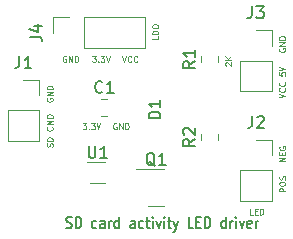
<source format=gbr>
%TF.GenerationSoftware,KiCad,Pcbnew,7.0.1*%
%TF.CreationDate,2023-06-12T23:03:10-04:00*%
%TF.ProjectId,SD Card Activity,53442043-6172-4642-9041-637469766974,rev?*%
%TF.SameCoordinates,Original*%
%TF.FileFunction,Legend,Top*%
%TF.FilePolarity,Positive*%
%FSLAX46Y46*%
G04 Gerber Fmt 4.6, Leading zero omitted, Abs format (unit mm)*
G04 Created by KiCad (PCBNEW 7.0.1) date 2023-06-12 23:03:10*
%MOMM*%
%LPD*%
G01*
G04 APERTURE LIST*
%ADD10C,0.150000*%
%ADD11C,0.125000*%
%ADD12C,0.120000*%
%ADD13C,0.100000*%
G04 APERTURE END LIST*
D10*
X141552380Y-79300000D02*
X141666666Y-79347619D01*
X141666666Y-79347619D02*
X141857142Y-79347619D01*
X141857142Y-79347619D02*
X141933333Y-79300000D01*
X141933333Y-79300000D02*
X141971428Y-79252380D01*
X141971428Y-79252380D02*
X142009523Y-79157142D01*
X142009523Y-79157142D02*
X142009523Y-79061904D01*
X142009523Y-79061904D02*
X141971428Y-78966666D01*
X141971428Y-78966666D02*
X141933333Y-78919047D01*
X141933333Y-78919047D02*
X141857142Y-78871428D01*
X141857142Y-78871428D02*
X141704761Y-78823809D01*
X141704761Y-78823809D02*
X141628571Y-78776190D01*
X141628571Y-78776190D02*
X141590476Y-78728571D01*
X141590476Y-78728571D02*
X141552380Y-78633333D01*
X141552380Y-78633333D02*
X141552380Y-78538095D01*
X141552380Y-78538095D02*
X141590476Y-78442857D01*
X141590476Y-78442857D02*
X141628571Y-78395238D01*
X141628571Y-78395238D02*
X141704761Y-78347619D01*
X141704761Y-78347619D02*
X141895238Y-78347619D01*
X141895238Y-78347619D02*
X142009523Y-78395238D01*
X142352381Y-79347619D02*
X142352381Y-78347619D01*
X142352381Y-78347619D02*
X142542857Y-78347619D01*
X142542857Y-78347619D02*
X142657143Y-78395238D01*
X142657143Y-78395238D02*
X142733333Y-78490476D01*
X142733333Y-78490476D02*
X142771428Y-78585714D01*
X142771428Y-78585714D02*
X142809524Y-78776190D01*
X142809524Y-78776190D02*
X142809524Y-78919047D01*
X142809524Y-78919047D02*
X142771428Y-79109523D01*
X142771428Y-79109523D02*
X142733333Y-79204761D01*
X142733333Y-79204761D02*
X142657143Y-79300000D01*
X142657143Y-79300000D02*
X142542857Y-79347619D01*
X142542857Y-79347619D02*
X142352381Y-79347619D01*
X144104762Y-79300000D02*
X144028571Y-79347619D01*
X144028571Y-79347619D02*
X143876190Y-79347619D01*
X143876190Y-79347619D02*
X143800000Y-79300000D01*
X143800000Y-79300000D02*
X143761905Y-79252380D01*
X143761905Y-79252380D02*
X143723809Y-79157142D01*
X143723809Y-79157142D02*
X143723809Y-78871428D01*
X143723809Y-78871428D02*
X143761905Y-78776190D01*
X143761905Y-78776190D02*
X143800000Y-78728571D01*
X143800000Y-78728571D02*
X143876190Y-78680952D01*
X143876190Y-78680952D02*
X144028571Y-78680952D01*
X144028571Y-78680952D02*
X144104762Y-78728571D01*
X144790476Y-79347619D02*
X144790476Y-78823809D01*
X144790476Y-78823809D02*
X144752381Y-78728571D01*
X144752381Y-78728571D02*
X144676190Y-78680952D01*
X144676190Y-78680952D02*
X144523809Y-78680952D01*
X144523809Y-78680952D02*
X144447619Y-78728571D01*
X144790476Y-79300000D02*
X144714285Y-79347619D01*
X144714285Y-79347619D02*
X144523809Y-79347619D01*
X144523809Y-79347619D02*
X144447619Y-79300000D01*
X144447619Y-79300000D02*
X144409523Y-79204761D01*
X144409523Y-79204761D02*
X144409523Y-79109523D01*
X144409523Y-79109523D02*
X144447619Y-79014285D01*
X144447619Y-79014285D02*
X144523809Y-78966666D01*
X144523809Y-78966666D02*
X144714285Y-78966666D01*
X144714285Y-78966666D02*
X144790476Y-78919047D01*
X145171429Y-79347619D02*
X145171429Y-78680952D01*
X145171429Y-78871428D02*
X145209524Y-78776190D01*
X145209524Y-78776190D02*
X145247619Y-78728571D01*
X145247619Y-78728571D02*
X145323810Y-78680952D01*
X145323810Y-78680952D02*
X145400000Y-78680952D01*
X146009524Y-79347619D02*
X146009524Y-78347619D01*
X146009524Y-79300000D02*
X145933333Y-79347619D01*
X145933333Y-79347619D02*
X145780952Y-79347619D01*
X145780952Y-79347619D02*
X145704762Y-79300000D01*
X145704762Y-79300000D02*
X145666667Y-79252380D01*
X145666667Y-79252380D02*
X145628571Y-79157142D01*
X145628571Y-79157142D02*
X145628571Y-78871428D01*
X145628571Y-78871428D02*
X145666667Y-78776190D01*
X145666667Y-78776190D02*
X145704762Y-78728571D01*
X145704762Y-78728571D02*
X145780952Y-78680952D01*
X145780952Y-78680952D02*
X145933333Y-78680952D01*
X145933333Y-78680952D02*
X146009524Y-78728571D01*
X147342858Y-79347619D02*
X147342858Y-78823809D01*
X147342858Y-78823809D02*
X147304763Y-78728571D01*
X147304763Y-78728571D02*
X147228572Y-78680952D01*
X147228572Y-78680952D02*
X147076191Y-78680952D01*
X147076191Y-78680952D02*
X147000001Y-78728571D01*
X147342858Y-79300000D02*
X147266667Y-79347619D01*
X147266667Y-79347619D02*
X147076191Y-79347619D01*
X147076191Y-79347619D02*
X147000001Y-79300000D01*
X147000001Y-79300000D02*
X146961905Y-79204761D01*
X146961905Y-79204761D02*
X146961905Y-79109523D01*
X146961905Y-79109523D02*
X147000001Y-79014285D01*
X147000001Y-79014285D02*
X147076191Y-78966666D01*
X147076191Y-78966666D02*
X147266667Y-78966666D01*
X147266667Y-78966666D02*
X147342858Y-78919047D01*
X148066668Y-79300000D02*
X147990477Y-79347619D01*
X147990477Y-79347619D02*
X147838096Y-79347619D01*
X147838096Y-79347619D02*
X147761906Y-79300000D01*
X147761906Y-79300000D02*
X147723811Y-79252380D01*
X147723811Y-79252380D02*
X147685715Y-79157142D01*
X147685715Y-79157142D02*
X147685715Y-78871428D01*
X147685715Y-78871428D02*
X147723811Y-78776190D01*
X147723811Y-78776190D02*
X147761906Y-78728571D01*
X147761906Y-78728571D02*
X147838096Y-78680952D01*
X147838096Y-78680952D02*
X147990477Y-78680952D01*
X147990477Y-78680952D02*
X148066668Y-78728571D01*
X148295239Y-78680952D02*
X148600001Y-78680952D01*
X148409525Y-78347619D02*
X148409525Y-79204761D01*
X148409525Y-79204761D02*
X148447620Y-79300000D01*
X148447620Y-79300000D02*
X148523810Y-79347619D01*
X148523810Y-79347619D02*
X148600001Y-79347619D01*
X148866668Y-79347619D02*
X148866668Y-78680952D01*
X148866668Y-78347619D02*
X148828572Y-78395238D01*
X148828572Y-78395238D02*
X148866668Y-78442857D01*
X148866668Y-78442857D02*
X148904763Y-78395238D01*
X148904763Y-78395238D02*
X148866668Y-78347619D01*
X148866668Y-78347619D02*
X148866668Y-78442857D01*
X149171429Y-78680952D02*
X149361905Y-79347619D01*
X149361905Y-79347619D02*
X149552382Y-78680952D01*
X149857144Y-79347619D02*
X149857144Y-78680952D01*
X149857144Y-78347619D02*
X149819048Y-78395238D01*
X149819048Y-78395238D02*
X149857144Y-78442857D01*
X149857144Y-78442857D02*
X149895239Y-78395238D01*
X149895239Y-78395238D02*
X149857144Y-78347619D01*
X149857144Y-78347619D02*
X149857144Y-78442857D01*
X150123810Y-78680952D02*
X150428572Y-78680952D01*
X150238096Y-78347619D02*
X150238096Y-79204761D01*
X150238096Y-79204761D02*
X150276191Y-79300000D01*
X150276191Y-79300000D02*
X150352381Y-79347619D01*
X150352381Y-79347619D02*
X150428572Y-79347619D01*
X150619048Y-78680952D02*
X150809524Y-79347619D01*
X151000001Y-78680952D02*
X150809524Y-79347619D01*
X150809524Y-79347619D02*
X150733334Y-79585714D01*
X150733334Y-79585714D02*
X150695239Y-79633333D01*
X150695239Y-79633333D02*
X150619048Y-79680952D01*
X152295239Y-79347619D02*
X151914287Y-79347619D01*
X151914287Y-79347619D02*
X151914287Y-78347619D01*
X152561906Y-78823809D02*
X152828572Y-78823809D01*
X152942858Y-79347619D02*
X152561906Y-79347619D01*
X152561906Y-79347619D02*
X152561906Y-78347619D01*
X152561906Y-78347619D02*
X152942858Y-78347619D01*
X153285716Y-79347619D02*
X153285716Y-78347619D01*
X153285716Y-78347619D02*
X153476192Y-78347619D01*
X153476192Y-78347619D02*
X153590478Y-78395238D01*
X153590478Y-78395238D02*
X153666668Y-78490476D01*
X153666668Y-78490476D02*
X153704763Y-78585714D01*
X153704763Y-78585714D02*
X153742859Y-78776190D01*
X153742859Y-78776190D02*
X153742859Y-78919047D01*
X153742859Y-78919047D02*
X153704763Y-79109523D01*
X153704763Y-79109523D02*
X153666668Y-79204761D01*
X153666668Y-79204761D02*
X153590478Y-79300000D01*
X153590478Y-79300000D02*
X153476192Y-79347619D01*
X153476192Y-79347619D02*
X153285716Y-79347619D01*
X155038097Y-79347619D02*
X155038097Y-78347619D01*
X155038097Y-79300000D02*
X154961906Y-79347619D01*
X154961906Y-79347619D02*
X154809525Y-79347619D01*
X154809525Y-79347619D02*
X154733335Y-79300000D01*
X154733335Y-79300000D02*
X154695240Y-79252380D01*
X154695240Y-79252380D02*
X154657144Y-79157142D01*
X154657144Y-79157142D02*
X154657144Y-78871428D01*
X154657144Y-78871428D02*
X154695240Y-78776190D01*
X154695240Y-78776190D02*
X154733335Y-78728571D01*
X154733335Y-78728571D02*
X154809525Y-78680952D01*
X154809525Y-78680952D02*
X154961906Y-78680952D01*
X154961906Y-78680952D02*
X155038097Y-78728571D01*
X155419050Y-79347619D02*
X155419050Y-78680952D01*
X155419050Y-78871428D02*
X155457145Y-78776190D01*
X155457145Y-78776190D02*
X155495240Y-78728571D01*
X155495240Y-78728571D02*
X155571431Y-78680952D01*
X155571431Y-78680952D02*
X155647621Y-78680952D01*
X155914288Y-79347619D02*
X155914288Y-78680952D01*
X155914288Y-78347619D02*
X155876192Y-78395238D01*
X155876192Y-78395238D02*
X155914288Y-78442857D01*
X155914288Y-78442857D02*
X155952383Y-78395238D01*
X155952383Y-78395238D02*
X155914288Y-78347619D01*
X155914288Y-78347619D02*
X155914288Y-78442857D01*
X156219049Y-78680952D02*
X156409525Y-79347619D01*
X156409525Y-79347619D02*
X156600002Y-78680952D01*
X157209526Y-79300000D02*
X157133335Y-79347619D01*
X157133335Y-79347619D02*
X156980954Y-79347619D01*
X156980954Y-79347619D02*
X156904764Y-79300000D01*
X156904764Y-79300000D02*
X156866668Y-79204761D01*
X156866668Y-79204761D02*
X156866668Y-78823809D01*
X156866668Y-78823809D02*
X156904764Y-78728571D01*
X156904764Y-78728571D02*
X156980954Y-78680952D01*
X156980954Y-78680952D02*
X157133335Y-78680952D01*
X157133335Y-78680952D02*
X157209526Y-78728571D01*
X157209526Y-78728571D02*
X157247621Y-78823809D01*
X157247621Y-78823809D02*
X157247621Y-78919047D01*
X157247621Y-78919047D02*
X156866668Y-79014285D01*
X157590478Y-79347619D02*
X157590478Y-78680952D01*
X157590478Y-78871428D02*
X157628573Y-78776190D01*
X157628573Y-78776190D02*
X157666668Y-78728571D01*
X157666668Y-78728571D02*
X157742859Y-78680952D01*
X157742859Y-78680952D02*
X157819049Y-78680952D01*
%TO.C,J2*%
X157286666Y-69842619D02*
X157286666Y-70556904D01*
X157286666Y-70556904D02*
X157239047Y-70699761D01*
X157239047Y-70699761D02*
X157143809Y-70795000D01*
X157143809Y-70795000D02*
X157000952Y-70842619D01*
X157000952Y-70842619D02*
X156905714Y-70842619D01*
X157715238Y-69937857D02*
X157762857Y-69890238D01*
X157762857Y-69890238D02*
X157858095Y-69842619D01*
X157858095Y-69842619D02*
X158096190Y-69842619D01*
X158096190Y-69842619D02*
X158191428Y-69890238D01*
X158191428Y-69890238D02*
X158239047Y-69937857D01*
X158239047Y-69937857D02*
X158286666Y-70033095D01*
X158286666Y-70033095D02*
X158286666Y-70128333D01*
X158286666Y-70128333D02*
X158239047Y-70271190D01*
X158239047Y-70271190D02*
X157667619Y-70842619D01*
X157667619Y-70842619D02*
X158286666Y-70842619D01*
D11*
X157342142Y-78168809D02*
X157104047Y-78168809D01*
X157104047Y-78168809D02*
X157104047Y-77668809D01*
X157508809Y-77906904D02*
X157675476Y-77906904D01*
X157746904Y-78168809D02*
X157508809Y-78168809D01*
X157508809Y-78168809D02*
X157508809Y-77668809D01*
X157508809Y-77668809D02*
X157746904Y-77668809D01*
X157961190Y-78168809D02*
X157961190Y-77668809D01*
X157961190Y-77668809D02*
X158080238Y-77668809D01*
X158080238Y-77668809D02*
X158151666Y-77692619D01*
X158151666Y-77692619D02*
X158199285Y-77740238D01*
X158199285Y-77740238D02*
X158223095Y-77787857D01*
X158223095Y-77787857D02*
X158246904Y-77883095D01*
X158246904Y-77883095D02*
X158246904Y-77954523D01*
X158246904Y-77954523D02*
X158223095Y-78049761D01*
X158223095Y-78049761D02*
X158199285Y-78097380D01*
X158199285Y-78097380D02*
X158151666Y-78145000D01*
X158151666Y-78145000D02*
X158080238Y-78168809D01*
X158080238Y-78168809D02*
X157961190Y-78168809D01*
X160098809Y-76205952D02*
X159598809Y-76205952D01*
X159598809Y-76205952D02*
X159598809Y-76015476D01*
X159598809Y-76015476D02*
X159622619Y-75967857D01*
X159622619Y-75967857D02*
X159646428Y-75944047D01*
X159646428Y-75944047D02*
X159694047Y-75920238D01*
X159694047Y-75920238D02*
X159765476Y-75920238D01*
X159765476Y-75920238D02*
X159813095Y-75944047D01*
X159813095Y-75944047D02*
X159836904Y-75967857D01*
X159836904Y-75967857D02*
X159860714Y-76015476D01*
X159860714Y-76015476D02*
X159860714Y-76205952D01*
X159598809Y-75610714D02*
X159598809Y-75515476D01*
X159598809Y-75515476D02*
X159622619Y-75467857D01*
X159622619Y-75467857D02*
X159670238Y-75420238D01*
X159670238Y-75420238D02*
X159765476Y-75396428D01*
X159765476Y-75396428D02*
X159932142Y-75396428D01*
X159932142Y-75396428D02*
X160027380Y-75420238D01*
X160027380Y-75420238D02*
X160075000Y-75467857D01*
X160075000Y-75467857D02*
X160098809Y-75515476D01*
X160098809Y-75515476D02*
X160098809Y-75610714D01*
X160098809Y-75610714D02*
X160075000Y-75658333D01*
X160075000Y-75658333D02*
X160027380Y-75705952D01*
X160027380Y-75705952D02*
X159932142Y-75729761D01*
X159932142Y-75729761D02*
X159765476Y-75729761D01*
X159765476Y-75729761D02*
X159670238Y-75705952D01*
X159670238Y-75705952D02*
X159622619Y-75658333D01*
X159622619Y-75658333D02*
X159598809Y-75610714D01*
X160075000Y-75205951D02*
X160098809Y-75134523D01*
X160098809Y-75134523D02*
X160098809Y-75015475D01*
X160098809Y-75015475D02*
X160075000Y-74967856D01*
X160075000Y-74967856D02*
X160051190Y-74944047D01*
X160051190Y-74944047D02*
X160003571Y-74920237D01*
X160003571Y-74920237D02*
X159955952Y-74920237D01*
X159955952Y-74920237D02*
X159908333Y-74944047D01*
X159908333Y-74944047D02*
X159884523Y-74967856D01*
X159884523Y-74967856D02*
X159860714Y-75015475D01*
X159860714Y-75015475D02*
X159836904Y-75110713D01*
X159836904Y-75110713D02*
X159813095Y-75158332D01*
X159813095Y-75158332D02*
X159789285Y-75182142D01*
X159789285Y-75182142D02*
X159741666Y-75205951D01*
X159741666Y-75205951D02*
X159694047Y-75205951D01*
X159694047Y-75205951D02*
X159646428Y-75182142D01*
X159646428Y-75182142D02*
X159622619Y-75158332D01*
X159622619Y-75158332D02*
X159598809Y-75110713D01*
X159598809Y-75110713D02*
X159598809Y-74991666D01*
X159598809Y-74991666D02*
X159622619Y-74920237D01*
X160098809Y-73665952D02*
X159598809Y-73665952D01*
X159598809Y-73665952D02*
X160098809Y-73380238D01*
X160098809Y-73380238D02*
X159598809Y-73380238D01*
X159836904Y-73142142D02*
X159836904Y-72975475D01*
X160098809Y-72904047D02*
X160098809Y-73142142D01*
X160098809Y-73142142D02*
X159598809Y-73142142D01*
X159598809Y-73142142D02*
X159598809Y-72904047D01*
X159622619Y-72427856D02*
X159598809Y-72475475D01*
X159598809Y-72475475D02*
X159598809Y-72546904D01*
X159598809Y-72546904D02*
X159622619Y-72618332D01*
X159622619Y-72618332D02*
X159670238Y-72665951D01*
X159670238Y-72665951D02*
X159717857Y-72689761D01*
X159717857Y-72689761D02*
X159813095Y-72713570D01*
X159813095Y-72713570D02*
X159884523Y-72713570D01*
X159884523Y-72713570D02*
X159979761Y-72689761D01*
X159979761Y-72689761D02*
X160027380Y-72665951D01*
X160027380Y-72665951D02*
X160075000Y-72618332D01*
X160075000Y-72618332D02*
X160098809Y-72546904D01*
X160098809Y-72546904D02*
X160098809Y-72499285D01*
X160098809Y-72499285D02*
X160075000Y-72427856D01*
X160075000Y-72427856D02*
X160051190Y-72404047D01*
X160051190Y-72404047D02*
X159884523Y-72404047D01*
X159884523Y-72404047D02*
X159884523Y-72499285D01*
D10*
%TO.C,J4*%
X138467619Y-63108333D02*
X139181904Y-63108333D01*
X139181904Y-63108333D02*
X139324761Y-63155952D01*
X139324761Y-63155952D02*
X139420000Y-63251190D01*
X139420000Y-63251190D02*
X139467619Y-63394047D01*
X139467619Y-63394047D02*
X139467619Y-63489285D01*
X138800952Y-62203571D02*
X139467619Y-62203571D01*
X138420000Y-62441666D02*
X139134285Y-62679761D01*
X139134285Y-62679761D02*
X139134285Y-62060714D01*
D11*
X149333809Y-63052857D02*
X149333809Y-63290952D01*
X149333809Y-63290952D02*
X148833809Y-63290952D01*
X149333809Y-62886190D02*
X148833809Y-62886190D01*
X148833809Y-62886190D02*
X148833809Y-62767142D01*
X148833809Y-62767142D02*
X148857619Y-62695714D01*
X148857619Y-62695714D02*
X148905238Y-62648095D01*
X148905238Y-62648095D02*
X148952857Y-62624285D01*
X148952857Y-62624285D02*
X149048095Y-62600476D01*
X149048095Y-62600476D02*
X149119523Y-62600476D01*
X149119523Y-62600476D02*
X149214761Y-62624285D01*
X149214761Y-62624285D02*
X149262380Y-62648095D01*
X149262380Y-62648095D02*
X149310000Y-62695714D01*
X149310000Y-62695714D02*
X149333809Y-62767142D01*
X149333809Y-62767142D02*
X149333809Y-62886190D01*
X148833809Y-62290952D02*
X148833809Y-62195714D01*
X148833809Y-62195714D02*
X148857619Y-62148095D01*
X148857619Y-62148095D02*
X148905238Y-62100476D01*
X148905238Y-62100476D02*
X149000476Y-62076666D01*
X149000476Y-62076666D02*
X149167142Y-62076666D01*
X149167142Y-62076666D02*
X149262380Y-62100476D01*
X149262380Y-62100476D02*
X149310000Y-62148095D01*
X149310000Y-62148095D02*
X149333809Y-62195714D01*
X149333809Y-62195714D02*
X149333809Y-62290952D01*
X149333809Y-62290952D02*
X149310000Y-62338571D01*
X149310000Y-62338571D02*
X149262380Y-62386190D01*
X149262380Y-62386190D02*
X149167142Y-62409999D01*
X149167142Y-62409999D02*
X149000476Y-62409999D01*
X149000476Y-62409999D02*
X148905238Y-62386190D01*
X148905238Y-62386190D02*
X148857619Y-62338571D01*
X148857619Y-62338571D02*
X148833809Y-62290952D01*
X146267619Y-64753809D02*
X146434285Y-65253809D01*
X146434285Y-65253809D02*
X146600952Y-64753809D01*
X147053332Y-65206190D02*
X147029523Y-65230000D01*
X147029523Y-65230000D02*
X146958094Y-65253809D01*
X146958094Y-65253809D02*
X146910475Y-65253809D01*
X146910475Y-65253809D02*
X146839047Y-65230000D01*
X146839047Y-65230000D02*
X146791428Y-65182380D01*
X146791428Y-65182380D02*
X146767618Y-65134761D01*
X146767618Y-65134761D02*
X146743809Y-65039523D01*
X146743809Y-65039523D02*
X146743809Y-64968095D01*
X146743809Y-64968095D02*
X146767618Y-64872857D01*
X146767618Y-64872857D02*
X146791428Y-64825238D01*
X146791428Y-64825238D02*
X146839047Y-64777619D01*
X146839047Y-64777619D02*
X146910475Y-64753809D01*
X146910475Y-64753809D02*
X146958094Y-64753809D01*
X146958094Y-64753809D02*
X147029523Y-64777619D01*
X147029523Y-64777619D02*
X147053332Y-64801428D01*
X147553332Y-65206190D02*
X147529523Y-65230000D01*
X147529523Y-65230000D02*
X147458094Y-65253809D01*
X147458094Y-65253809D02*
X147410475Y-65253809D01*
X147410475Y-65253809D02*
X147339047Y-65230000D01*
X147339047Y-65230000D02*
X147291428Y-65182380D01*
X147291428Y-65182380D02*
X147267618Y-65134761D01*
X147267618Y-65134761D02*
X147243809Y-65039523D01*
X147243809Y-65039523D02*
X147243809Y-64968095D01*
X147243809Y-64968095D02*
X147267618Y-64872857D01*
X147267618Y-64872857D02*
X147291428Y-64825238D01*
X147291428Y-64825238D02*
X147339047Y-64777619D01*
X147339047Y-64777619D02*
X147410475Y-64753809D01*
X147410475Y-64753809D02*
X147458094Y-64753809D01*
X147458094Y-64753809D02*
X147529523Y-64777619D01*
X147529523Y-64777619D02*
X147553332Y-64801428D01*
X143751428Y-64753809D02*
X144060952Y-64753809D01*
X144060952Y-64753809D02*
X143894285Y-64944285D01*
X143894285Y-64944285D02*
X143965714Y-64944285D01*
X143965714Y-64944285D02*
X144013333Y-64968095D01*
X144013333Y-64968095D02*
X144037142Y-64991904D01*
X144037142Y-64991904D02*
X144060952Y-65039523D01*
X144060952Y-65039523D02*
X144060952Y-65158571D01*
X144060952Y-65158571D02*
X144037142Y-65206190D01*
X144037142Y-65206190D02*
X144013333Y-65230000D01*
X144013333Y-65230000D02*
X143965714Y-65253809D01*
X143965714Y-65253809D02*
X143822857Y-65253809D01*
X143822857Y-65253809D02*
X143775238Y-65230000D01*
X143775238Y-65230000D02*
X143751428Y-65206190D01*
X144275237Y-65206190D02*
X144299047Y-65230000D01*
X144299047Y-65230000D02*
X144275237Y-65253809D01*
X144275237Y-65253809D02*
X144251428Y-65230000D01*
X144251428Y-65230000D02*
X144275237Y-65206190D01*
X144275237Y-65206190D02*
X144275237Y-65253809D01*
X144465713Y-64753809D02*
X144775237Y-64753809D01*
X144775237Y-64753809D02*
X144608570Y-64944285D01*
X144608570Y-64944285D02*
X144679999Y-64944285D01*
X144679999Y-64944285D02*
X144727618Y-64968095D01*
X144727618Y-64968095D02*
X144751427Y-64991904D01*
X144751427Y-64991904D02*
X144775237Y-65039523D01*
X144775237Y-65039523D02*
X144775237Y-65158571D01*
X144775237Y-65158571D02*
X144751427Y-65206190D01*
X144751427Y-65206190D02*
X144727618Y-65230000D01*
X144727618Y-65230000D02*
X144679999Y-65253809D01*
X144679999Y-65253809D02*
X144537142Y-65253809D01*
X144537142Y-65253809D02*
X144489523Y-65230000D01*
X144489523Y-65230000D02*
X144465713Y-65206190D01*
X144918094Y-64753809D02*
X145084760Y-65253809D01*
X145084760Y-65253809D02*
X145251427Y-64753809D01*
X141520952Y-64777619D02*
X141473333Y-64753809D01*
X141473333Y-64753809D02*
X141401904Y-64753809D01*
X141401904Y-64753809D02*
X141330476Y-64777619D01*
X141330476Y-64777619D02*
X141282857Y-64825238D01*
X141282857Y-64825238D02*
X141259047Y-64872857D01*
X141259047Y-64872857D02*
X141235238Y-64968095D01*
X141235238Y-64968095D02*
X141235238Y-65039523D01*
X141235238Y-65039523D02*
X141259047Y-65134761D01*
X141259047Y-65134761D02*
X141282857Y-65182380D01*
X141282857Y-65182380D02*
X141330476Y-65230000D01*
X141330476Y-65230000D02*
X141401904Y-65253809D01*
X141401904Y-65253809D02*
X141449523Y-65253809D01*
X141449523Y-65253809D02*
X141520952Y-65230000D01*
X141520952Y-65230000D02*
X141544761Y-65206190D01*
X141544761Y-65206190D02*
X141544761Y-65039523D01*
X141544761Y-65039523D02*
X141449523Y-65039523D01*
X141759047Y-65253809D02*
X141759047Y-64753809D01*
X141759047Y-64753809D02*
X142044761Y-65253809D01*
X142044761Y-65253809D02*
X142044761Y-64753809D01*
X142282857Y-65253809D02*
X142282857Y-64753809D01*
X142282857Y-64753809D02*
X142401905Y-64753809D01*
X142401905Y-64753809D02*
X142473333Y-64777619D01*
X142473333Y-64777619D02*
X142520952Y-64825238D01*
X142520952Y-64825238D02*
X142544762Y-64872857D01*
X142544762Y-64872857D02*
X142568571Y-64968095D01*
X142568571Y-64968095D02*
X142568571Y-65039523D01*
X142568571Y-65039523D02*
X142544762Y-65134761D01*
X142544762Y-65134761D02*
X142520952Y-65182380D01*
X142520952Y-65182380D02*
X142473333Y-65230000D01*
X142473333Y-65230000D02*
X142401905Y-65253809D01*
X142401905Y-65253809D02*
X142282857Y-65253809D01*
D10*
%TO.C,J3*%
X157266666Y-60552619D02*
X157266666Y-61266904D01*
X157266666Y-61266904D02*
X157219047Y-61409761D01*
X157219047Y-61409761D02*
X157123809Y-61505000D01*
X157123809Y-61505000D02*
X156980952Y-61552619D01*
X156980952Y-61552619D02*
X156885714Y-61552619D01*
X157647619Y-60552619D02*
X158266666Y-60552619D01*
X158266666Y-60552619D02*
X157933333Y-60933571D01*
X157933333Y-60933571D02*
X158076190Y-60933571D01*
X158076190Y-60933571D02*
X158171428Y-60981190D01*
X158171428Y-60981190D02*
X158219047Y-61028809D01*
X158219047Y-61028809D02*
X158266666Y-61124047D01*
X158266666Y-61124047D02*
X158266666Y-61362142D01*
X158266666Y-61362142D02*
X158219047Y-61457380D01*
X158219047Y-61457380D02*
X158171428Y-61505000D01*
X158171428Y-61505000D02*
X158076190Y-61552619D01*
X158076190Y-61552619D02*
X157790476Y-61552619D01*
X157790476Y-61552619D02*
X157695238Y-61505000D01*
X157695238Y-61505000D02*
X157647619Y-61457380D01*
D11*
X159578809Y-68257380D02*
X160078809Y-68090714D01*
X160078809Y-68090714D02*
X159578809Y-67924047D01*
X160031190Y-67471667D02*
X160055000Y-67495476D01*
X160055000Y-67495476D02*
X160078809Y-67566905D01*
X160078809Y-67566905D02*
X160078809Y-67614524D01*
X160078809Y-67614524D02*
X160055000Y-67685952D01*
X160055000Y-67685952D02*
X160007380Y-67733571D01*
X160007380Y-67733571D02*
X159959761Y-67757381D01*
X159959761Y-67757381D02*
X159864523Y-67781190D01*
X159864523Y-67781190D02*
X159793095Y-67781190D01*
X159793095Y-67781190D02*
X159697857Y-67757381D01*
X159697857Y-67757381D02*
X159650238Y-67733571D01*
X159650238Y-67733571D02*
X159602619Y-67685952D01*
X159602619Y-67685952D02*
X159578809Y-67614524D01*
X159578809Y-67614524D02*
X159578809Y-67566905D01*
X159578809Y-67566905D02*
X159602619Y-67495476D01*
X159602619Y-67495476D02*
X159626428Y-67471667D01*
X160031190Y-66971667D02*
X160055000Y-66995476D01*
X160055000Y-66995476D02*
X160078809Y-67066905D01*
X160078809Y-67066905D02*
X160078809Y-67114524D01*
X160078809Y-67114524D02*
X160055000Y-67185952D01*
X160055000Y-67185952D02*
X160007380Y-67233571D01*
X160007380Y-67233571D02*
X159959761Y-67257381D01*
X159959761Y-67257381D02*
X159864523Y-67281190D01*
X159864523Y-67281190D02*
X159793095Y-67281190D01*
X159793095Y-67281190D02*
X159697857Y-67257381D01*
X159697857Y-67257381D02*
X159650238Y-67233571D01*
X159650238Y-67233571D02*
X159602619Y-67185952D01*
X159602619Y-67185952D02*
X159578809Y-67114524D01*
X159578809Y-67114524D02*
X159578809Y-67066905D01*
X159578809Y-67066905D02*
X159602619Y-66995476D01*
X159602619Y-66995476D02*
X159626428Y-66971667D01*
X159578809Y-66138334D02*
X159578809Y-66376429D01*
X159578809Y-66376429D02*
X159816904Y-66400238D01*
X159816904Y-66400238D02*
X159793095Y-66376429D01*
X159793095Y-66376429D02*
X159769285Y-66328810D01*
X159769285Y-66328810D02*
X159769285Y-66209762D01*
X159769285Y-66209762D02*
X159793095Y-66162143D01*
X159793095Y-66162143D02*
X159816904Y-66138334D01*
X159816904Y-66138334D02*
X159864523Y-66114524D01*
X159864523Y-66114524D02*
X159983571Y-66114524D01*
X159983571Y-66114524D02*
X160031190Y-66138334D01*
X160031190Y-66138334D02*
X160055000Y-66162143D01*
X160055000Y-66162143D02*
X160078809Y-66209762D01*
X160078809Y-66209762D02*
X160078809Y-66328810D01*
X160078809Y-66328810D02*
X160055000Y-66376429D01*
X160055000Y-66376429D02*
X160031190Y-66400238D01*
X159578809Y-65971667D02*
X160078809Y-65805001D01*
X160078809Y-65805001D02*
X159578809Y-65638334D01*
X159602619Y-64114047D02*
X159578809Y-64161666D01*
X159578809Y-64161666D02*
X159578809Y-64233095D01*
X159578809Y-64233095D02*
X159602619Y-64304523D01*
X159602619Y-64304523D02*
X159650238Y-64352142D01*
X159650238Y-64352142D02*
X159697857Y-64375952D01*
X159697857Y-64375952D02*
X159793095Y-64399761D01*
X159793095Y-64399761D02*
X159864523Y-64399761D01*
X159864523Y-64399761D02*
X159959761Y-64375952D01*
X159959761Y-64375952D02*
X160007380Y-64352142D01*
X160007380Y-64352142D02*
X160055000Y-64304523D01*
X160055000Y-64304523D02*
X160078809Y-64233095D01*
X160078809Y-64233095D02*
X160078809Y-64185476D01*
X160078809Y-64185476D02*
X160055000Y-64114047D01*
X160055000Y-64114047D02*
X160031190Y-64090238D01*
X160031190Y-64090238D02*
X159864523Y-64090238D01*
X159864523Y-64090238D02*
X159864523Y-64185476D01*
X160078809Y-63875952D02*
X159578809Y-63875952D01*
X159578809Y-63875952D02*
X160078809Y-63590238D01*
X160078809Y-63590238D02*
X159578809Y-63590238D01*
X160078809Y-63352142D02*
X159578809Y-63352142D01*
X159578809Y-63352142D02*
X159578809Y-63233094D01*
X159578809Y-63233094D02*
X159602619Y-63161666D01*
X159602619Y-63161666D02*
X159650238Y-63114047D01*
X159650238Y-63114047D02*
X159697857Y-63090237D01*
X159697857Y-63090237D02*
X159793095Y-63066428D01*
X159793095Y-63066428D02*
X159864523Y-63066428D01*
X159864523Y-63066428D02*
X159959761Y-63090237D01*
X159959761Y-63090237D02*
X160007380Y-63114047D01*
X160007380Y-63114047D02*
X160055000Y-63161666D01*
X160055000Y-63161666D02*
X160078809Y-63233094D01*
X160078809Y-63233094D02*
X160078809Y-63352142D01*
D10*
%TO.C,J1*%
X137588666Y-64764619D02*
X137588666Y-65478904D01*
X137588666Y-65478904D02*
X137541047Y-65621761D01*
X137541047Y-65621761D02*
X137445809Y-65717000D01*
X137445809Y-65717000D02*
X137302952Y-65764619D01*
X137302952Y-65764619D02*
X137207714Y-65764619D01*
X138588666Y-65764619D02*
X138017238Y-65764619D01*
X138302952Y-65764619D02*
X138302952Y-64764619D01*
X138302952Y-64764619D02*
X138207714Y-64907476D01*
X138207714Y-64907476D02*
X138112476Y-65002714D01*
X138112476Y-65002714D02*
X138017238Y-65050333D01*
D11*
X140377000Y-72421761D02*
X140400809Y-72350333D01*
X140400809Y-72350333D02*
X140400809Y-72231285D01*
X140400809Y-72231285D02*
X140377000Y-72183666D01*
X140377000Y-72183666D02*
X140353190Y-72159857D01*
X140353190Y-72159857D02*
X140305571Y-72136047D01*
X140305571Y-72136047D02*
X140257952Y-72136047D01*
X140257952Y-72136047D02*
X140210333Y-72159857D01*
X140210333Y-72159857D02*
X140186523Y-72183666D01*
X140186523Y-72183666D02*
X140162714Y-72231285D01*
X140162714Y-72231285D02*
X140138904Y-72326523D01*
X140138904Y-72326523D02*
X140115095Y-72374142D01*
X140115095Y-72374142D02*
X140091285Y-72397952D01*
X140091285Y-72397952D02*
X140043666Y-72421761D01*
X140043666Y-72421761D02*
X139996047Y-72421761D01*
X139996047Y-72421761D02*
X139948428Y-72397952D01*
X139948428Y-72397952D02*
X139924619Y-72374142D01*
X139924619Y-72374142D02*
X139900809Y-72326523D01*
X139900809Y-72326523D02*
X139900809Y-72207476D01*
X139900809Y-72207476D02*
X139924619Y-72136047D01*
X140400809Y-71921762D02*
X139900809Y-71921762D01*
X139900809Y-71921762D02*
X139900809Y-71802714D01*
X139900809Y-71802714D02*
X139924619Y-71731286D01*
X139924619Y-71731286D02*
X139972238Y-71683667D01*
X139972238Y-71683667D02*
X140019857Y-71659857D01*
X140019857Y-71659857D02*
X140115095Y-71636048D01*
X140115095Y-71636048D02*
X140186523Y-71636048D01*
X140186523Y-71636048D02*
X140281761Y-71659857D01*
X140281761Y-71659857D02*
X140329380Y-71683667D01*
X140329380Y-71683667D02*
X140377000Y-71731286D01*
X140377000Y-71731286D02*
X140400809Y-71802714D01*
X140400809Y-71802714D02*
X140400809Y-71921762D01*
X140353190Y-70755096D02*
X140377000Y-70778905D01*
X140377000Y-70778905D02*
X140400809Y-70850334D01*
X140400809Y-70850334D02*
X140400809Y-70897953D01*
X140400809Y-70897953D02*
X140377000Y-70969381D01*
X140377000Y-70969381D02*
X140329380Y-71017000D01*
X140329380Y-71017000D02*
X140281761Y-71040810D01*
X140281761Y-71040810D02*
X140186523Y-71064619D01*
X140186523Y-71064619D02*
X140115095Y-71064619D01*
X140115095Y-71064619D02*
X140019857Y-71040810D01*
X140019857Y-71040810D02*
X139972238Y-71017000D01*
X139972238Y-71017000D02*
X139924619Y-70969381D01*
X139924619Y-70969381D02*
X139900809Y-70897953D01*
X139900809Y-70897953D02*
X139900809Y-70850334D01*
X139900809Y-70850334D02*
X139924619Y-70778905D01*
X139924619Y-70778905D02*
X139948428Y-70755096D01*
X140400809Y-70540810D02*
X139900809Y-70540810D01*
X139900809Y-70540810D02*
X140257952Y-70374143D01*
X140257952Y-70374143D02*
X139900809Y-70207477D01*
X139900809Y-70207477D02*
X140400809Y-70207477D01*
X140400809Y-69969381D02*
X139900809Y-69969381D01*
X139900809Y-69969381D02*
X139900809Y-69850333D01*
X139900809Y-69850333D02*
X139924619Y-69778905D01*
X139924619Y-69778905D02*
X139972238Y-69731286D01*
X139972238Y-69731286D02*
X140019857Y-69707476D01*
X140019857Y-69707476D02*
X140115095Y-69683667D01*
X140115095Y-69683667D02*
X140186523Y-69683667D01*
X140186523Y-69683667D02*
X140281761Y-69707476D01*
X140281761Y-69707476D02*
X140329380Y-69731286D01*
X140329380Y-69731286D02*
X140377000Y-69778905D01*
X140377000Y-69778905D02*
X140400809Y-69850333D01*
X140400809Y-69850333D02*
X140400809Y-69969381D01*
X139924619Y-68326047D02*
X139900809Y-68373666D01*
X139900809Y-68373666D02*
X139900809Y-68445095D01*
X139900809Y-68445095D02*
X139924619Y-68516523D01*
X139924619Y-68516523D02*
X139972238Y-68564142D01*
X139972238Y-68564142D02*
X140019857Y-68587952D01*
X140019857Y-68587952D02*
X140115095Y-68611761D01*
X140115095Y-68611761D02*
X140186523Y-68611761D01*
X140186523Y-68611761D02*
X140281761Y-68587952D01*
X140281761Y-68587952D02*
X140329380Y-68564142D01*
X140329380Y-68564142D02*
X140377000Y-68516523D01*
X140377000Y-68516523D02*
X140400809Y-68445095D01*
X140400809Y-68445095D02*
X140400809Y-68397476D01*
X140400809Y-68397476D02*
X140377000Y-68326047D01*
X140377000Y-68326047D02*
X140353190Y-68302238D01*
X140353190Y-68302238D02*
X140186523Y-68302238D01*
X140186523Y-68302238D02*
X140186523Y-68397476D01*
X140400809Y-68087952D02*
X139900809Y-68087952D01*
X139900809Y-68087952D02*
X140400809Y-67802238D01*
X140400809Y-67802238D02*
X139900809Y-67802238D01*
X140400809Y-67564142D02*
X139900809Y-67564142D01*
X139900809Y-67564142D02*
X139900809Y-67445094D01*
X139900809Y-67445094D02*
X139924619Y-67373666D01*
X139924619Y-67373666D02*
X139972238Y-67326047D01*
X139972238Y-67326047D02*
X140019857Y-67302237D01*
X140019857Y-67302237D02*
X140115095Y-67278428D01*
X140115095Y-67278428D02*
X140186523Y-67278428D01*
X140186523Y-67278428D02*
X140281761Y-67302237D01*
X140281761Y-67302237D02*
X140329380Y-67326047D01*
X140329380Y-67326047D02*
X140377000Y-67373666D01*
X140377000Y-67373666D02*
X140400809Y-67445094D01*
X140400809Y-67445094D02*
X140400809Y-67564142D01*
D10*
%TO.C,R2*%
X152452619Y-71773166D02*
X151976428Y-72106499D01*
X152452619Y-72344594D02*
X151452619Y-72344594D01*
X151452619Y-72344594D02*
X151452619Y-71963642D01*
X151452619Y-71963642D02*
X151500238Y-71868404D01*
X151500238Y-71868404D02*
X151547857Y-71820785D01*
X151547857Y-71820785D02*
X151643095Y-71773166D01*
X151643095Y-71773166D02*
X151785952Y-71773166D01*
X151785952Y-71773166D02*
X151881190Y-71820785D01*
X151881190Y-71820785D02*
X151928809Y-71868404D01*
X151928809Y-71868404D02*
X151976428Y-71963642D01*
X151976428Y-71963642D02*
X151976428Y-72344594D01*
X151547857Y-71392213D02*
X151500238Y-71344594D01*
X151500238Y-71344594D02*
X151452619Y-71249356D01*
X151452619Y-71249356D02*
X151452619Y-71011261D01*
X151452619Y-71011261D02*
X151500238Y-70916023D01*
X151500238Y-70916023D02*
X151547857Y-70868404D01*
X151547857Y-70868404D02*
X151643095Y-70820785D01*
X151643095Y-70820785D02*
X151738333Y-70820785D01*
X151738333Y-70820785D02*
X151881190Y-70868404D01*
X151881190Y-70868404D02*
X152452619Y-71439832D01*
X152452619Y-71439832D02*
X152452619Y-70820785D01*
%TO.C,R1*%
X152452619Y-65190666D02*
X151976428Y-65523999D01*
X152452619Y-65762094D02*
X151452619Y-65762094D01*
X151452619Y-65762094D02*
X151452619Y-65381142D01*
X151452619Y-65381142D02*
X151500238Y-65285904D01*
X151500238Y-65285904D02*
X151547857Y-65238285D01*
X151547857Y-65238285D02*
X151643095Y-65190666D01*
X151643095Y-65190666D02*
X151785952Y-65190666D01*
X151785952Y-65190666D02*
X151881190Y-65238285D01*
X151881190Y-65238285D02*
X151928809Y-65285904D01*
X151928809Y-65285904D02*
X151976428Y-65381142D01*
X151976428Y-65381142D02*
X151976428Y-65762094D01*
X152452619Y-64238285D02*
X152452619Y-64809713D01*
X152452619Y-64523999D02*
X151452619Y-64523999D01*
X151452619Y-64523999D02*
X151595476Y-64619237D01*
X151595476Y-64619237D02*
X151690714Y-64714475D01*
X151690714Y-64714475D02*
X151738333Y-64809713D01*
D11*
X155061428Y-65563761D02*
X155037619Y-65539952D01*
X155037619Y-65539952D02*
X155013809Y-65492333D01*
X155013809Y-65492333D02*
X155013809Y-65373285D01*
X155013809Y-65373285D02*
X155037619Y-65325666D01*
X155037619Y-65325666D02*
X155061428Y-65301857D01*
X155061428Y-65301857D02*
X155109047Y-65278047D01*
X155109047Y-65278047D02*
X155156666Y-65278047D01*
X155156666Y-65278047D02*
X155228095Y-65301857D01*
X155228095Y-65301857D02*
X155513809Y-65587571D01*
X155513809Y-65587571D02*
X155513809Y-65278047D01*
X155513809Y-65063762D02*
X155013809Y-65063762D01*
X155513809Y-64778048D02*
X155228095Y-64992333D01*
X155013809Y-64778048D02*
X155299523Y-65063762D01*
D10*
%TO.C,C1*%
X144613333Y-67775380D02*
X144565714Y-67823000D01*
X144565714Y-67823000D02*
X144422857Y-67870619D01*
X144422857Y-67870619D02*
X144327619Y-67870619D01*
X144327619Y-67870619D02*
X144184762Y-67823000D01*
X144184762Y-67823000D02*
X144089524Y-67727761D01*
X144089524Y-67727761D02*
X144041905Y-67632523D01*
X144041905Y-67632523D02*
X143994286Y-67442047D01*
X143994286Y-67442047D02*
X143994286Y-67299190D01*
X143994286Y-67299190D02*
X144041905Y-67108714D01*
X144041905Y-67108714D02*
X144089524Y-67013476D01*
X144089524Y-67013476D02*
X144184762Y-66918238D01*
X144184762Y-66918238D02*
X144327619Y-66870619D01*
X144327619Y-66870619D02*
X144422857Y-66870619D01*
X144422857Y-66870619D02*
X144565714Y-66918238D01*
X144565714Y-66918238D02*
X144613333Y-66965857D01*
X145565714Y-67870619D02*
X144994286Y-67870619D01*
X145280000Y-67870619D02*
X145280000Y-66870619D01*
X145280000Y-66870619D02*
X145184762Y-67013476D01*
X145184762Y-67013476D02*
X145089524Y-67108714D01*
X145089524Y-67108714D02*
X144994286Y-67156333D01*
D11*
X142946428Y-70431809D02*
X143255952Y-70431809D01*
X143255952Y-70431809D02*
X143089285Y-70622285D01*
X143089285Y-70622285D02*
X143160714Y-70622285D01*
X143160714Y-70622285D02*
X143208333Y-70646095D01*
X143208333Y-70646095D02*
X143232142Y-70669904D01*
X143232142Y-70669904D02*
X143255952Y-70717523D01*
X143255952Y-70717523D02*
X143255952Y-70836571D01*
X143255952Y-70836571D02*
X143232142Y-70884190D01*
X143232142Y-70884190D02*
X143208333Y-70908000D01*
X143208333Y-70908000D02*
X143160714Y-70931809D01*
X143160714Y-70931809D02*
X143017857Y-70931809D01*
X143017857Y-70931809D02*
X142970238Y-70908000D01*
X142970238Y-70908000D02*
X142946428Y-70884190D01*
X143470237Y-70884190D02*
X143494047Y-70908000D01*
X143494047Y-70908000D02*
X143470237Y-70931809D01*
X143470237Y-70931809D02*
X143446428Y-70908000D01*
X143446428Y-70908000D02*
X143470237Y-70884190D01*
X143470237Y-70884190D02*
X143470237Y-70931809D01*
X143660713Y-70431809D02*
X143970237Y-70431809D01*
X143970237Y-70431809D02*
X143803570Y-70622285D01*
X143803570Y-70622285D02*
X143874999Y-70622285D01*
X143874999Y-70622285D02*
X143922618Y-70646095D01*
X143922618Y-70646095D02*
X143946427Y-70669904D01*
X143946427Y-70669904D02*
X143970237Y-70717523D01*
X143970237Y-70717523D02*
X143970237Y-70836571D01*
X143970237Y-70836571D02*
X143946427Y-70884190D01*
X143946427Y-70884190D02*
X143922618Y-70908000D01*
X143922618Y-70908000D02*
X143874999Y-70931809D01*
X143874999Y-70931809D02*
X143732142Y-70931809D01*
X143732142Y-70931809D02*
X143684523Y-70908000D01*
X143684523Y-70908000D02*
X143660713Y-70884190D01*
X144113094Y-70431809D02*
X144279760Y-70931809D01*
X144279760Y-70931809D02*
X144446427Y-70431809D01*
X145795952Y-70455619D02*
X145748333Y-70431809D01*
X145748333Y-70431809D02*
X145676904Y-70431809D01*
X145676904Y-70431809D02*
X145605476Y-70455619D01*
X145605476Y-70455619D02*
X145557857Y-70503238D01*
X145557857Y-70503238D02*
X145534047Y-70550857D01*
X145534047Y-70550857D02*
X145510238Y-70646095D01*
X145510238Y-70646095D02*
X145510238Y-70717523D01*
X145510238Y-70717523D02*
X145534047Y-70812761D01*
X145534047Y-70812761D02*
X145557857Y-70860380D01*
X145557857Y-70860380D02*
X145605476Y-70908000D01*
X145605476Y-70908000D02*
X145676904Y-70931809D01*
X145676904Y-70931809D02*
X145724523Y-70931809D01*
X145724523Y-70931809D02*
X145795952Y-70908000D01*
X145795952Y-70908000D02*
X145819761Y-70884190D01*
X145819761Y-70884190D02*
X145819761Y-70717523D01*
X145819761Y-70717523D02*
X145724523Y-70717523D01*
X146034047Y-70931809D02*
X146034047Y-70431809D01*
X146034047Y-70431809D02*
X146319761Y-70931809D01*
X146319761Y-70931809D02*
X146319761Y-70431809D01*
X146557857Y-70931809D02*
X146557857Y-70431809D01*
X146557857Y-70431809D02*
X146676905Y-70431809D01*
X146676905Y-70431809D02*
X146748333Y-70455619D01*
X146748333Y-70455619D02*
X146795952Y-70503238D01*
X146795952Y-70503238D02*
X146819762Y-70550857D01*
X146819762Y-70550857D02*
X146843571Y-70646095D01*
X146843571Y-70646095D02*
X146843571Y-70717523D01*
X146843571Y-70717523D02*
X146819762Y-70812761D01*
X146819762Y-70812761D02*
X146795952Y-70860380D01*
X146795952Y-70860380D02*
X146748333Y-70908000D01*
X146748333Y-70908000D02*
X146676905Y-70931809D01*
X146676905Y-70931809D02*
X146557857Y-70931809D01*
D10*
%TO.C,D1*%
X149526619Y-70028594D02*
X148526619Y-70028594D01*
X148526619Y-70028594D02*
X148526619Y-69790499D01*
X148526619Y-69790499D02*
X148574238Y-69647642D01*
X148574238Y-69647642D02*
X148669476Y-69552404D01*
X148669476Y-69552404D02*
X148764714Y-69504785D01*
X148764714Y-69504785D02*
X148955190Y-69457166D01*
X148955190Y-69457166D02*
X149098047Y-69457166D01*
X149098047Y-69457166D02*
X149288523Y-69504785D01*
X149288523Y-69504785D02*
X149383761Y-69552404D01*
X149383761Y-69552404D02*
X149479000Y-69647642D01*
X149479000Y-69647642D02*
X149526619Y-69790499D01*
X149526619Y-69790499D02*
X149526619Y-70028594D01*
X149526619Y-68504785D02*
X149526619Y-69076213D01*
X149526619Y-68790499D02*
X148526619Y-68790499D01*
X148526619Y-68790499D02*
X148669476Y-68885737D01*
X148669476Y-68885737D02*
X148764714Y-68980975D01*
X148764714Y-68980975D02*
X148812333Y-69076213D01*
%TO.C,Q1*%
X149067261Y-74057857D02*
X148972023Y-74010238D01*
X148972023Y-74010238D02*
X148876785Y-73915000D01*
X148876785Y-73915000D02*
X148733928Y-73772142D01*
X148733928Y-73772142D02*
X148638690Y-73724523D01*
X148638690Y-73724523D02*
X148543452Y-73724523D01*
X148591071Y-73962619D02*
X148495833Y-73915000D01*
X148495833Y-73915000D02*
X148400595Y-73819761D01*
X148400595Y-73819761D02*
X148352976Y-73629285D01*
X148352976Y-73629285D02*
X148352976Y-73295952D01*
X148352976Y-73295952D02*
X148400595Y-73105476D01*
X148400595Y-73105476D02*
X148495833Y-73010238D01*
X148495833Y-73010238D02*
X148591071Y-72962619D01*
X148591071Y-72962619D02*
X148781547Y-72962619D01*
X148781547Y-72962619D02*
X148876785Y-73010238D01*
X148876785Y-73010238D02*
X148972023Y-73105476D01*
X148972023Y-73105476D02*
X149019642Y-73295952D01*
X149019642Y-73295952D02*
X149019642Y-73629285D01*
X149019642Y-73629285D02*
X148972023Y-73819761D01*
X148972023Y-73819761D02*
X148876785Y-73915000D01*
X148876785Y-73915000D02*
X148781547Y-73962619D01*
X148781547Y-73962619D02*
X148591071Y-73962619D01*
X149972023Y-73962619D02*
X149400595Y-73962619D01*
X149686309Y-73962619D02*
X149686309Y-72962619D01*
X149686309Y-72962619D02*
X149591071Y-73105476D01*
X149591071Y-73105476D02*
X149495833Y-73200714D01*
X149495833Y-73200714D02*
X149400595Y-73248333D01*
%TO.C,U1*%
X143438095Y-72362619D02*
X143438095Y-73172142D01*
X143438095Y-73172142D02*
X143485714Y-73267380D01*
X143485714Y-73267380D02*
X143533333Y-73315000D01*
X143533333Y-73315000D02*
X143628571Y-73362619D01*
X143628571Y-73362619D02*
X143819047Y-73362619D01*
X143819047Y-73362619D02*
X143914285Y-73315000D01*
X143914285Y-73315000D02*
X143961904Y-73267380D01*
X143961904Y-73267380D02*
X144009523Y-73172142D01*
X144009523Y-73172142D02*
X144009523Y-72362619D01*
X145009523Y-73362619D02*
X144438095Y-73362619D01*
X144723809Y-73362619D02*
X144723809Y-72362619D01*
X144723809Y-72362619D02*
X144628571Y-72505476D01*
X144628571Y-72505476D02*
X144533333Y-72600714D01*
X144533333Y-72600714D02*
X144438095Y-72648333D01*
D12*
%TO.C,J2*%
X156290000Y-74420000D02*
X156290000Y-77020000D01*
X156290000Y-74420000D02*
X158950000Y-74420000D01*
X156290000Y-77020000D02*
X158950000Y-77020000D01*
X157620000Y-71820000D02*
X158950000Y-71820000D01*
X158950000Y-71820000D02*
X158950000Y-73150000D01*
X158950000Y-74420000D02*
X158950000Y-77020000D01*
%TO.C,J4*%
X143045000Y-61445000D02*
X148185000Y-61445000D01*
X140445000Y-61445000D02*
X141775000Y-61445000D01*
X140445000Y-62775000D02*
X140445000Y-61445000D01*
X148185000Y-64105000D02*
X148185000Y-61445000D01*
X143045000Y-64105000D02*
X143045000Y-61445000D01*
X143045000Y-64105000D02*
X148185000Y-64105000D01*
%TO.C,J3*%
X156270000Y-65130000D02*
X156270000Y-67730000D01*
X156270000Y-65130000D02*
X158930000Y-65130000D01*
X156270000Y-67730000D02*
X158930000Y-67730000D01*
X157600000Y-62530000D02*
X158930000Y-62530000D01*
X158930000Y-62530000D02*
X158930000Y-63860000D01*
X158930000Y-65130000D02*
X158930000Y-67730000D01*
%TO.C,J1*%
X136592000Y-69342000D02*
X136592000Y-71942000D01*
X136592000Y-69342000D02*
X139252000Y-69342000D01*
X136592000Y-71942000D02*
X139252000Y-71942000D01*
X137922000Y-66742000D02*
X139252000Y-66742000D01*
X139252000Y-66742000D02*
X139252000Y-68072000D01*
X139252000Y-69342000D02*
X139252000Y-71942000D01*
%TO.C,R2*%
X154405000Y-71867752D02*
X154405000Y-71345248D01*
X152935000Y-71867752D02*
X152935000Y-71345248D01*
%TO.C,R1*%
X154405000Y-65285252D02*
X154405000Y-64762748D01*
X152935000Y-65285252D02*
X152935000Y-64762748D01*
%TO.C,C1*%
X144518748Y-68353000D02*
X145041252Y-68353000D01*
X144518748Y-69823000D02*
X145041252Y-69823000D01*
D13*
%TO.C,D1*%
X150164000Y-70325500D02*
G75*
G03*
X150164000Y-70325500I-50000J0D01*
G01*
D12*
%TO.C,Q1*%
X149162500Y-74340000D02*
X147487500Y-74340000D01*
X149162500Y-74340000D02*
X149812500Y-74340000D01*
X149162500Y-77460000D02*
X148512500Y-77460000D01*
X149162500Y-77460000D02*
X149812500Y-77460000D01*
%TO.C,U1*%
X143300000Y-73700000D02*
X144850000Y-73700000D01*
X144850000Y-75500000D02*
X143550000Y-75500000D01*
%TD*%
M02*

</source>
